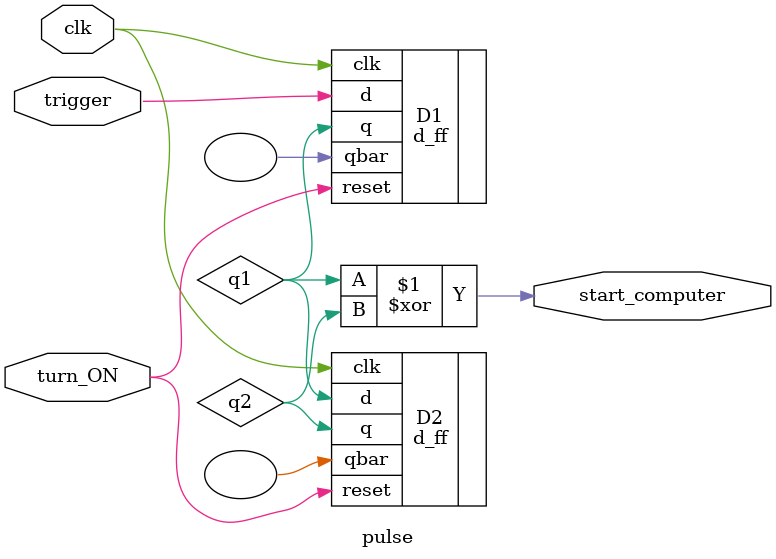
<source format=v>
module pulse(turn_ON,trigger,start_computer,clk);

wire q1,q2;
input turn_ON;
input trigger;
input clk;
output start_computer;

d_ff D1(.d(trigger),.q(q1),.qbar(),.reset(turn_ON),.clk(clk));
d_ff D2(.d(q1),.q(q2),.qbar(),.reset(turn_ON),.clk(clk));

assign start_computer = q1 ^ q2;

endmodule


</source>
